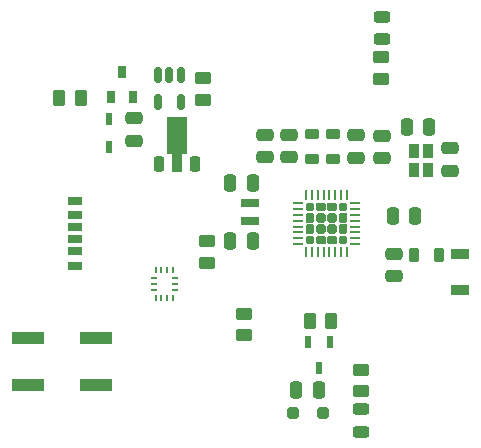
<source format=gbr>
%TF.GenerationSoftware,KiCad,Pcbnew,8.0.3*%
%TF.CreationDate,2025-03-18T19:22:59-05:00*%
%TF.ProjectId,wearable_v2_nrf,77656172-6162-46c6-955f-76325f6e7266,rev?*%
%TF.SameCoordinates,Original*%
%TF.FileFunction,Paste,Top*%
%TF.FilePolarity,Positive*%
%FSLAX46Y46*%
G04 Gerber Fmt 4.6, Leading zero omitted, Abs format (unit mm)*
G04 Created by KiCad (PCBNEW 8.0.3) date 2025-03-18 19:22:59*
%MOMM*%
%LPD*%
G01*
G04 APERTURE LIST*
G04 Aperture macros list*
%AMRoundRect*
0 Rectangle with rounded corners*
0 $1 Rounding radius*
0 $2 $3 $4 $5 $6 $7 $8 $9 X,Y pos of 4 corners*
0 Add a 4 corners polygon primitive as box body*
4,1,4,$2,$3,$4,$5,$6,$7,$8,$9,$2,$3,0*
0 Add four circle primitives for the rounded corners*
1,1,$1+$1,$2,$3*
1,1,$1+$1,$4,$5*
1,1,$1+$1,$6,$7*
1,1,$1+$1,$8,$9*
0 Add four rect primitives between the rounded corners*
20,1,$1+$1,$2,$3,$4,$5,0*
20,1,$1+$1,$4,$5,$6,$7,0*
20,1,$1+$1,$6,$7,$8,$9,0*
20,1,$1+$1,$8,$9,$2,$3,0*%
%AMFreePoly0*
4,1,19,0.290204,0.301344,0.321117,0.247801,0.322490,0.232106,0.322490,-0.157228,0.301344,-0.215326,0.296017,-0.221139,0.221139,-0.296017,0.165105,-0.322146,0.157228,-0.322490,-0.232106,-0.322490,-0.290204,-0.301344,-0.321117,-0.247801,-0.322490,-0.232106,-0.322490,0.232106,-0.301344,0.290204,-0.247801,0.321117,-0.232106,0.322490,0.232106,0.322490,0.290204,0.301344,0.290204,0.301344,
$1*%
%AMFreePoly1*
4,1,21,0.231572,0.385173,0.236504,0.380653,0.300030,0.317127,0.322198,0.269587,0.322490,0.262904,0.322490,-0.262904,0.304550,-0.312195,0.300030,-0.317127,0.236504,-0.380653,0.188964,-0.402821,0.182281,-0.403113,-0.245807,-0.403113,-0.295098,-0.385173,-0.321325,-0.339746,-0.322490,-0.326430,-0.322490,0.326430,-0.304550,0.375721,-0.259123,0.401948,-0.245807,0.403113,0.182281,0.403113,
0.231572,0.385173,0.231572,0.385173,$1*%
%AMFreePoly2*
4,1,19,0.215326,0.301344,0.221139,0.296017,0.296017,0.221139,0.322146,0.165105,0.322490,0.157228,0.322490,-0.232106,0.301344,-0.290204,0.247801,-0.321117,0.232106,-0.322490,-0.232106,-0.322490,-0.290204,-0.301344,-0.321117,-0.247801,-0.322490,-0.232106,-0.322490,0.232106,-0.301344,0.290204,-0.247801,0.321117,-0.232106,0.322490,0.157228,0.322490,0.215326,0.301344,0.215326,0.301344,
$1*%
%AMFreePoly3*
4,1,21,0.375721,0.304550,0.401948,0.259123,0.403113,0.245807,0.403113,-0.182281,0.385173,-0.231572,0.380653,-0.236504,0.317127,-0.300030,0.269587,-0.322198,0.262904,-0.322490,-0.262904,-0.322490,-0.312195,-0.304550,-0.317127,-0.300030,-0.380653,-0.236504,-0.402821,-0.188964,-0.403113,-0.182281,-0.403113,0.245807,-0.385173,0.295098,-0.339746,0.321325,-0.326430,0.322490,0.326430,0.322490,
0.375721,0.304550,0.375721,0.304550,$1*%
%AMFreePoly4*
4,1,21,0.312195,0.304550,0.317127,0.300030,0.380653,0.236504,0.402821,0.188964,0.403113,0.182281,0.403113,-0.245807,0.385173,-0.295098,0.339746,-0.321325,0.326430,-0.322490,-0.326430,-0.322490,-0.375721,-0.304550,-0.401948,-0.259123,-0.403113,-0.245807,-0.403113,0.182281,-0.385173,0.231572,-0.380653,0.236504,-0.317127,0.300030,-0.269587,0.322198,-0.262904,0.322490,0.262904,0.322490,
0.312195,0.304550,0.312195,0.304550,$1*%
%AMFreePoly5*
4,1,19,0.290204,0.301344,0.321117,0.247801,0.322490,0.232106,0.322490,-0.232106,0.301344,-0.290204,0.247801,-0.321117,0.232106,-0.322490,-0.157228,-0.322490,-0.215326,-0.301344,-0.221139,-0.296017,-0.296017,-0.221139,-0.322146,-0.165105,-0.322490,-0.157228,-0.322490,0.232106,-0.301344,0.290204,-0.247801,0.321117,-0.232106,0.322490,0.232106,0.322490,0.290204,0.301344,0.290204,0.301344,
$1*%
%AMFreePoly6*
4,1,21,0.295098,0.385173,0.321325,0.339746,0.322490,0.326430,0.322490,-0.326430,0.304550,-0.375721,0.259123,-0.401948,0.245807,-0.403113,-0.182281,-0.403113,-0.231572,-0.385173,-0.236504,-0.380653,-0.300030,-0.317127,-0.322198,-0.269587,-0.322490,-0.262904,-0.322490,0.262904,-0.304550,0.312195,-0.300030,0.317127,-0.236504,0.380653,-0.188964,0.402821,-0.182281,0.403113,0.245807,0.403113,
0.295098,0.385173,0.295098,0.385173,$1*%
%AMFreePoly7*
4,1,19,0.290204,0.301344,0.321117,0.247801,0.322490,0.232106,0.322490,-0.232106,0.301344,-0.290204,0.247801,-0.321117,0.232106,-0.322490,-0.232106,-0.322490,-0.290204,-0.301344,-0.321117,-0.247801,-0.322490,-0.232106,-0.322490,0.157228,-0.301344,0.215326,-0.296017,0.221139,-0.221139,0.296017,-0.165105,0.322146,-0.157228,0.322490,0.232106,0.322490,0.290204,0.301344,0.290204,0.301344,
$1*%
%AMFreePoly8*
4,1,9,3.862500,-0.866500,0.737500,-0.866500,0.737500,-0.450000,-0.737500,-0.450000,-0.737500,0.450000,0.737500,0.450000,0.737500,0.866500,3.862500,0.866500,3.862500,-0.866500,3.862500,-0.866500,$1*%
G04 Aperture macros list end*
%ADD10RoundRect,0.250000X-0.475000X0.250000X-0.475000X-0.250000X0.475000X-0.250000X0.475000X0.250000X0*%
%ADD11RoundRect,0.250000X0.475000X-0.250000X0.475000X0.250000X-0.475000X0.250000X-0.475000X-0.250000X0*%
%ADD12R,2.750000X1.000000*%
%ADD13RoundRect,0.218750X0.381250X-0.218750X0.381250X0.218750X-0.381250X0.218750X-0.381250X-0.218750X0*%
%ADD14RoundRect,0.250000X-0.262500X-0.450000X0.262500X-0.450000X0.262500X0.450000X-0.262500X0.450000X0*%
%ADD15RoundRect,0.243750X0.456250X-0.243750X0.456250X0.243750X-0.456250X0.243750X-0.456250X-0.243750X0*%
%ADD16RoundRect,0.250000X-0.450000X0.262500X-0.450000X-0.262500X0.450000X-0.262500X0.450000X0.262500X0*%
%ADD17RoundRect,0.243750X-0.456250X0.243750X-0.456250X-0.243750X0.456250X-0.243750X0.456250X0.243750X0*%
%ADD18R,1.500000X0.800000*%
%ADD19RoundRect,0.218750X-0.381250X0.218750X-0.381250X-0.218750X0.381250X-0.218750X0.381250X0.218750X0*%
%ADD20RoundRect,0.250000X-0.250000X-0.475000X0.250000X-0.475000X0.250000X0.475000X-0.250000X0.475000X0*%
%ADD21RoundRect,0.250000X0.262500X0.450000X-0.262500X0.450000X-0.262500X-0.450000X0.262500X-0.450000X0*%
%ADD22R,0.600000X1.100000*%
%ADD23FreePoly0,0.000000*%
%ADD24FreePoly1,0.000000*%
%ADD25FreePoly2,0.000000*%
%ADD26FreePoly3,0.000000*%
%ADD27RoundRect,0.201557X-0.201556X-0.201556X0.201556X-0.201556X0.201556X0.201556X-0.201556X0.201556X0*%
%ADD28FreePoly4,0.000000*%
%ADD29FreePoly5,0.000000*%
%ADD30FreePoly6,0.000000*%
%ADD31FreePoly7,0.000000*%
%ADD32RoundRect,0.062500X-0.337500X-0.062500X0.337500X-0.062500X0.337500X0.062500X-0.337500X0.062500X0*%
%ADD33RoundRect,0.062500X-0.062500X-0.337500X0.062500X-0.337500X0.062500X0.337500X-0.062500X0.337500X0*%
%ADD34RoundRect,0.150000X-0.150000X0.512500X-0.150000X-0.512500X0.150000X-0.512500X0.150000X0.512500X0*%
%ADD35R,0.850000X1.200000*%
%ADD36RoundRect,0.250000X0.450000X-0.262500X0.450000X0.262500X-0.450000X0.262500X-0.450000X-0.262500X0*%
%ADD37R,1.200000X0.700000*%
%ADD38R,1.200000X0.760000*%
%ADD39R,1.200000X0.800000*%
%ADD40RoundRect,0.225000X0.225000X-0.425000X0.225000X0.425000X-0.225000X0.425000X-0.225000X-0.425000X0*%
%ADD41FreePoly8,90.000000*%
%ADD42R,0.500000X1.075000*%
%ADD43RoundRect,0.250000X0.250000X0.475000X-0.250000X0.475000X-0.250000X-0.475000X0.250000X-0.475000X0*%
%ADD44R,0.250000X0.475000*%
%ADD45R,0.475000X0.250000*%
%ADD46R,0.650000X1.100000*%
%ADD47RoundRect,0.218750X-0.218750X-0.381250X0.218750X-0.381250X0.218750X0.381250X-0.218750X0.381250X0*%
%ADD48R,1.600200X0.863600*%
%ADD49RoundRect,0.250000X-0.250000X-0.250000X0.250000X-0.250000X0.250000X0.250000X-0.250000X0.250000X0*%
G04 APERTURE END LIST*
D10*
%TO.C,C13*%
X119981500Y-61194500D03*
X119981500Y-63094500D03*
%TD*%
D11*
%TO.C,C8*%
X112050000Y-62000000D03*
X112050000Y-60100000D03*
%TD*%
D12*
%TO.C,SW1*%
X84225000Y-77225000D03*
X89975000Y-77225000D03*
X84225000Y-81225000D03*
X89975000Y-81225000D03*
%TD*%
D13*
%TO.C,L2*%
X108300000Y-62112500D03*
X108300000Y-59987500D03*
%TD*%
D14*
%TO.C,R8*%
X108087500Y-75825000D03*
X109912500Y-75825000D03*
%TD*%
D11*
%TO.C,C9*%
X106350000Y-61950000D03*
X106350000Y-60050000D03*
%TD*%
%TO.C,C4*%
X104300000Y-61950000D03*
X104300000Y-60050000D03*
%TD*%
D15*
%TO.C,D2*%
X112450000Y-85187500D03*
X112450000Y-83312500D03*
%TD*%
D16*
%TO.C,R6*%
X112475000Y-79950000D03*
X112475000Y-81775000D03*
%TD*%
D17*
%TO.C,D3*%
X114200000Y-50050000D03*
X114200000Y-51925000D03*
%TD*%
D16*
%TO.C,R1*%
X99375000Y-69075000D03*
X99375000Y-70900000D03*
%TD*%
D10*
%TO.C,C1*%
X93250000Y-58650000D03*
X93250000Y-60550000D03*
%TD*%
D18*
%TO.C,Y2*%
X103025000Y-65850000D03*
X103025000Y-67350000D03*
%TD*%
D19*
%TO.C,L3*%
X110100000Y-59987500D03*
X110100000Y-62112500D03*
%TD*%
D20*
%TO.C,C6*%
X101375000Y-69025000D03*
X103275000Y-69025000D03*
%TD*%
%TO.C,C7*%
X115150000Y-66975000D03*
X117050000Y-66975000D03*
%TD*%
D21*
%TO.C,R13*%
X88700000Y-56975000D03*
X86875000Y-56975000D03*
%TD*%
D22*
%TO.C,Q2*%
X109825000Y-77600000D03*
X107925000Y-77600000D03*
X108875000Y-79800000D03*
%TD*%
D23*
%TO.C,U1*%
X108125000Y-66175000D03*
D24*
X108125000Y-67075000D03*
X108125000Y-68075000D03*
D25*
X108125000Y-68975000D03*
D26*
X109025000Y-66175000D03*
D27*
X109025000Y-67075000D03*
X109025000Y-68075000D03*
D28*
X109025000Y-68975000D03*
D26*
X110025000Y-66175000D03*
D27*
X110025000Y-67075000D03*
X110025000Y-68075000D03*
D28*
X110025000Y-68975000D03*
D29*
X110925000Y-66175000D03*
D30*
X110925000Y-67075000D03*
X110925000Y-68075000D03*
D31*
X110925000Y-68975000D03*
D32*
X107075000Y-65825000D03*
X107075000Y-66325000D03*
X107075000Y-66825000D03*
X107075000Y-67325000D03*
X107075000Y-67825000D03*
X107075000Y-68325000D03*
X107075000Y-68825000D03*
X107075000Y-69325000D03*
D33*
X107775000Y-70025000D03*
X108275000Y-70025000D03*
X108775000Y-70025000D03*
X109275000Y-70025000D03*
X109775000Y-70025000D03*
X110275000Y-70025000D03*
X110775000Y-70025000D03*
X111275000Y-70025000D03*
D32*
X111975000Y-69325000D03*
X111975000Y-68825000D03*
X111975000Y-68325000D03*
X111975000Y-67825000D03*
X111975000Y-67325000D03*
X111975000Y-66825000D03*
X111975000Y-66325000D03*
X111975000Y-65825000D03*
D33*
X111275000Y-65125000D03*
X110775000Y-65125000D03*
X110275000Y-65125000D03*
X109775000Y-65125000D03*
X109275000Y-65125000D03*
X108775000Y-65125000D03*
X108275000Y-65125000D03*
X107775000Y-65125000D03*
%TD*%
D11*
%TO.C,C10*%
X114225000Y-62025000D03*
X114225000Y-60125000D03*
%TD*%
D34*
%TO.C,IC1*%
X97162500Y-55012500D03*
X96212500Y-55012500D03*
X95262500Y-55012500D03*
X95262500Y-57287500D03*
X97162500Y-57287500D03*
%TD*%
D35*
%TO.C,Y1*%
X116893500Y-61431500D03*
X116893500Y-63057500D03*
X118093500Y-63057500D03*
X118093500Y-61431500D03*
%TD*%
D36*
%TO.C,R7*%
X114150000Y-55300000D03*
X114150000Y-53475000D03*
%TD*%
D37*
%TO.C,J2*%
X88227500Y-67900000D03*
D38*
X88227500Y-69920000D03*
D39*
X88227500Y-71150000D03*
D37*
X88227500Y-68900000D03*
D38*
X88227500Y-66880000D03*
D39*
X88227500Y-65650000D03*
%TD*%
D40*
%TO.C,U4*%
X95350000Y-62525000D03*
D41*
X96850000Y-62437500D03*
D40*
X98350000Y-62525000D03*
%TD*%
D42*
%TO.C,D1*%
X91075000Y-61062000D03*
X91075000Y-58738000D03*
%TD*%
D43*
%TO.C,C12*%
X118206500Y-59419500D03*
X116306500Y-59419500D03*
%TD*%
D44*
%TO.C,U3*%
X96550000Y-71550000D03*
X96050000Y-71550000D03*
X95550000Y-71550000D03*
X95050000Y-71550000D03*
D45*
X94887500Y-72212500D03*
X94887500Y-72712500D03*
X94887500Y-73212500D03*
D44*
X95050000Y-73875000D03*
X95550000Y-73875000D03*
X96050000Y-73875000D03*
X96550000Y-73875000D03*
D45*
X96712500Y-73212500D03*
X96712500Y-72712500D03*
X96712500Y-72212500D03*
%TD*%
D46*
%TO.C,Q1*%
X91240000Y-56825000D03*
X93160000Y-56825000D03*
X92200000Y-54725000D03*
%TD*%
D36*
%TO.C,R10*%
X102525000Y-77050000D03*
X102525000Y-75225000D03*
%TD*%
D47*
%TO.C,L1*%
X116937500Y-70200000D03*
X119062500Y-70200000D03*
%TD*%
D36*
%TO.C,R9*%
X99025000Y-57112500D03*
X99025000Y-55287500D03*
%TD*%
D48*
%TO.C,U5*%
X120825000Y-70175000D03*
X120825000Y-73222602D03*
%TD*%
D49*
%TO.C,D4*%
X106700000Y-83625000D03*
X109200000Y-83625000D03*
%TD*%
D10*
%TO.C,C3*%
X115262500Y-70125000D03*
X115262500Y-72025000D03*
%TD*%
D20*
%TO.C,C11*%
X106975000Y-81675000D03*
X108875000Y-81675000D03*
%TD*%
%TO.C,C5*%
X101375000Y-64150000D03*
X103275000Y-64150000D03*
%TD*%
M02*

</source>
